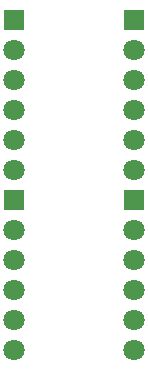
<source format=gbl>
G04*
G04 #@! TF.GenerationSoftware,Altium Limited,Altium Designer,21.2.2 (38)*
G04*
G04 Layer_Physical_Order=2*
G04 Layer_Color=16711680*
%FSAX44Y44*%
%MOMM*%
G71*
G04*
G04 #@! TF.SameCoordinates,B3D4D19D-0097-4332-AE52-39C81B215F30*
G04*
G04*
G04 #@! TF.FilePolarity,Positive*
G04*
G01*
G75*
%ADD17C,1.8000*%
%ADD18R,1.8000X1.8000*%
D17*
X00374650Y00425450D02*
D03*
Y00450850D02*
D03*
X00374650Y00476250D02*
D03*
X00374650Y00527050D02*
D03*
X00374650Y00501650D02*
D03*
X00374650Y00273050D02*
D03*
Y00298450D02*
D03*
X00374650Y00323850D02*
D03*
X00374650Y00374650D02*
D03*
X00374650Y00349250D02*
D03*
X00273050Y00425450D02*
D03*
X00273050Y00450850D02*
D03*
X00273050Y00476250D02*
D03*
X00273050Y00527050D02*
D03*
Y00501650D02*
D03*
X00273050Y00273050D02*
D03*
Y00298450D02*
D03*
X00273050Y00323850D02*
D03*
X00273050Y00374650D02*
D03*
X00273050Y00349250D02*
D03*
D18*
X00374650Y00552450D02*
D03*
Y00400050D02*
D03*
X00273050Y00552450D02*
D03*
X00273050Y00400050D02*
D03*
M02*

</source>
